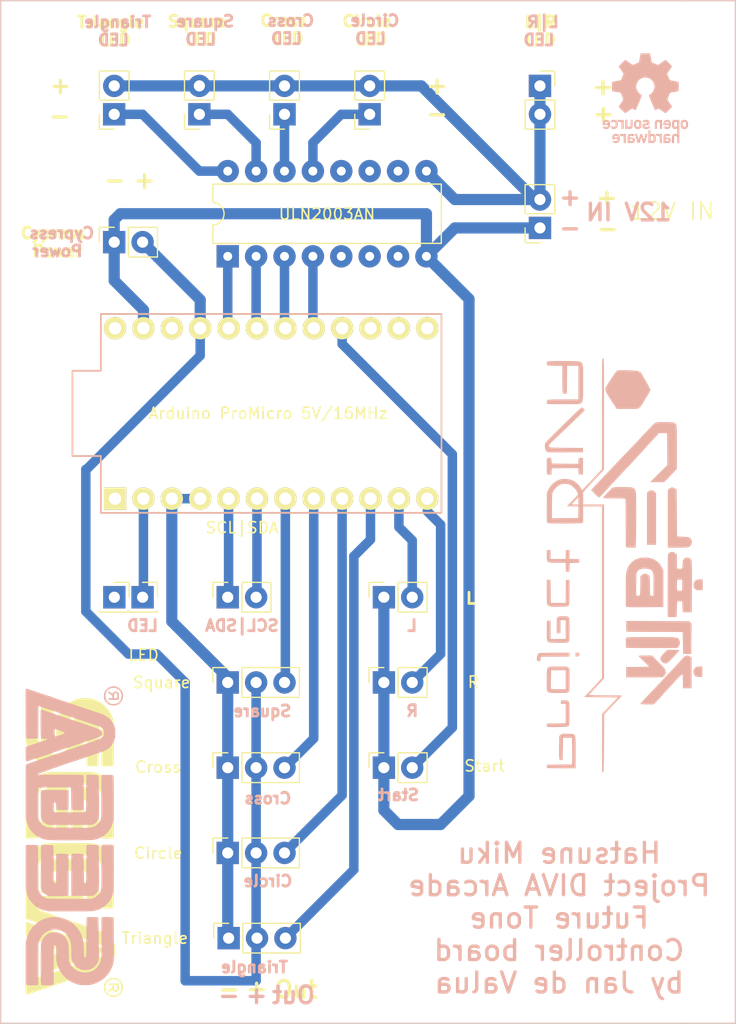
<source format=kicad_pcb>
(kicad_pcb (version 20171130) (host pcbnew "(5.1.4)-1")
  (layers (0 F.Cu signal) (31 B.Cu signal) (34 B.Paste user hide) (35 F.Paste user hide) (36 B.SilkS user) (37 F.SilkS user) (38 B.Mask user) (39 F.Mask user) (44 Edge.Cuts user))
  (net 0 "")
  (net 1 "Net-(J1-Pad3)")
  (net 2 "Net-(J1-Pad2)")
  (net 3 "Net-(J1-Pad1)")
  (net 4 "Net-(J4-Pad2)")
  (net 5 "Net-(J6-Pad2)")
  (net 6 "Net-(J7-Pad1)")
  (net 7 "Net-(J8-Pad2)")
  (net 8 "Net-(J8-Pad1)")
  (net 9 "Net-(J11-Pad2)")
  (net 10 "Net-(J11-Pad1)")
  (net 11 "Net-(U1-Pad1)")
  (net 12 "Net-(U1-Pad13)")
  (net 13 "Net-(U1-Pad14)")
  (net 14 "Net-(U1-Pad15)")
  (net 15 "Net-(U1-Pad17)")
  (net 16 "Net-(U1-Pad18)")
  (net 17 "Net-(U1-Pad19)")
  (net 18 "Net-(U1-Pad20)")
  (net 19 "Net-(U1-Pad22)")
  (net 20 "Net-(U1-Pad24)")
  (net 21 "Net-(U2-Pad10)")
  (net 22 "Net-(U2-Pad11)")
  (net 23 "Net-(U2-Pad12)")
  (net 24 "Net-(U2-Pad5)")
  (net 25 "Net-(U2-Pad6)")
  (net 26 "Net-(U2-Pad7)")
  (net 27 "Net-(J9-Pad2)")
  (net 28 "Net-(J2-Pad3)")
  (net 29 "Net-(J3-Pad3)")
  (net 30 "Net-(J5-Pad3)")
  (net 31 "Net-(J12-Pad1)")
  (net 32 "Net-(J13-Pad1)")
  (net 33 "Net-(J14-Pad1)")
  (net 34 "Net-(U1-Pad23)")
  (module logos:sega_logo (layer B.Cu) (at 108.18 105.26 90)
    (fp_text reference G*** hide)
    (fp_text value LOGO hide)
  )
  (module logos:sega_logo (layer F.Cu) (at 108.18 106.09 270)
    (fp_text reference G*** hide)
    (fp_text value LOGO hide)
  )
  (module Symbol:OSHW-Logo_7.5x8mm_SilkScreen (layer B.Cu) (at 159.3 39.2 180)
    (fp_text reference REF** hide)
    (fp_text value OSHW-Logo_7.5x8mm_SilkScreen hide)
  )
  (module logos:projectdiva_logo (layer B.Cu) (at 157.07 81.12 90)
    (fp_text reference G*** hide)
    (fp_text value LOGO hide)
  )
  (module Connector_PinSocket_2.54mm:PinSocket_1x01_P2.54mm_Vertical (layer F.Cu) (at 111.77 83.82)
    (fp_text reference J7 hide)
    (fp_text value LED_Strip_Conn_01x01)
    (pad 1 thru_hole rect (at 0 0) (size 2 2) (drill 1) (layers *.Cu *.Mask) (net 6 "Net-(J7-Pad1)"))
  )
  (module Connector_PinSocket_2.54mm:PinSocket_1x01_P2.54mm_Vertical (layer F.Cu) (at 114.3 83.82)
    (fp_text reference LED (at 0.1 5.18) (layer F.SilkS))
    (fp_text value LED_Strip_Conn_01x01)
    (pad 1 thru_hole rect (at 0 0) (size 2 2) (drill 1) (layers *.Cu *.Mask) (net 6 "Net-(J7-Pad1)"))
  )
  (module promicro:ProMicro (layer F.Cu) (at 125.805001 67.385001)
    (fp_text reference "Arduino ProMicro 5V/16MHz" (at -0.265001 -0.015001) (layer F.SilkS))
    (fp_text value ProMicro)
    (pad 1 thru_hole rect (at -13.97 7.62) (size 2 2) (drill 1.1) (layers *.Cu *.Mask F.SilkS) (net 11 "Net-(U1-Pad1)"))
    (pad 2 thru_hole circle (at -11.43 7.62) (size 2 2) (drill 1.1) (layers *.Cu *.Mask F.SilkS) (net 6 "Net-(J7-Pad1)"))
    (pad 3 thru_hole circle (at -8.89 7.62) (size 2 2) (drill 1.1) (layers *.Cu *.Mask F.SilkS) (net 3 "Net-(J1-Pad1)"))
    (pad 4 thru_hole circle (at -6.35 7.62) (size 2 2) (drill 1.1) (layers *.Cu *.Mask F.SilkS) (net 3 "Net-(J1-Pad1)"))
    (pad 5 thru_hole circle (at -3.81 7.62) (size 2 2) (drill 1.1) (layers *.Cu *.Mask F.SilkS) (net 8 "Net-(J8-Pad1)"))
    (pad 6 thru_hole circle (at -1.27 7.62) (size 2 2) (drill 1.1) (layers *.Cu *.Mask F.SilkS) (net 7 "Net-(J8-Pad2)"))
    (pad 7 thru_hole circle (at 1.27 7.62) (size 2 2) (drill 1.1) (layers *.Cu *.Mask F.SilkS) (net 30 "Net-(J5-Pad3)"))
    (pad 8 thru_hole circle (at 3.81 7.62) (size 2 2) (drill 1.1) (layers *.Cu *.Mask F.SilkS) (net 29 "Net-(J3-Pad3)"))
    (pad 9 thru_hole circle (at 6.35 7.62) (size 2 2) (drill 1.1) (layers *.Cu *.Mask F.SilkS) (net 28 "Net-(J2-Pad3)"))
    (pad 10 thru_hole circle (at 8.89 7.62) (size 2 2) (drill 1.1) (layers *.Cu *.Mask F.SilkS) (net 1 "Net-(J1-Pad3)"))
    (pad 11 thru_hole circle (at 11.43 7.62) (size 2 2) (drill 1.1) (layers *.Cu *.Mask F.SilkS) (net 5 "Net-(J6-Pad2)"))
    (pad 12 thru_hole circle (at 13.97 7.62) (size 2 2) (drill 1.1) (layers *.Cu *.Mask F.SilkS) (net 4 "Net-(J4-Pad2)"))
    (pad 13 thru_hole circle (at 13.97 -7.62) (size 2 2) (drill 1.1) (layers *.Cu *.Mask F.SilkS) (net 12 "Net-(U1-Pad13)"))
    (pad 14 thru_hole circle (at 11.43 -7.62) (size 2 2) (drill 1.1) (layers *.Cu *.Mask F.SilkS) (net 13 "Net-(U1-Pad14)"))
    (pad 15 thru_hole circle (at 8.89 -7.62) (size 2 2) (drill 1.1) (layers *.Cu *.Mask F.SilkS) (net 14 "Net-(U1-Pad15)"))
    (pad 16 thru_hole circle (at 6.35 -7.62) (size 2 2) (drill 1.1) (layers *.Cu *.Mask F.SilkS) (net 27 "Net-(J9-Pad2)"))
    (pad 17 thru_hole circle (at 3.81 -7.62) (size 2 2) (drill 1.1) (layers *.Cu *.Mask F.SilkS) (net 15 "Net-(U1-Pad17)"))
    (pad 18 thru_hole circle (at 1.27 -7.62) (size 2 2) (drill 1.1) (layers *.Cu *.Mask F.SilkS) (net 16 "Net-(U1-Pad18)"))
    (pad 19 thru_hole circle (at -1.27 -7.62) (size 2 2) (drill 1.1) (layers *.Cu *.Mask F.SilkS) (net 17 "Net-(U1-Pad19)"))
    (pad 20 thru_hole circle (at -3.81 -7.62) (size 2 2) (drill 1.1) (layers *.Cu *.Mask F.SilkS) (net 18 "Net-(U1-Pad20)"))
    (pad 21 thru_hole circle (at -6.35 -7.62) (size 2 2) (drill 1.1) (layers *.Cu *.Mask F.SilkS) (net 2 "Net-(J1-Pad2)"))
    (pad 22 thru_hole circle (at -8.89 -7.62) (size 2 2) (drill 1.1) (layers *.Cu *.Mask F.SilkS) (net 19 "Net-(U1-Pad22)"))
    (pad 23 thru_hole circle (at -11.43 -7.62) (size 2 2) (drill 1.1) (layers *.Cu *.Mask F.SilkS) (net 34 "Net-(U1-Pad23)"))
    (pad 24 thru_hole circle (at -13.97 -7.62) (size 2 2) (drill 1.1) (layers *.Cu *.Mask F.SilkS) (net 20 "Net-(U1-Pad24)"))
  )
  (module Connector_PinSocket_2.54mm:PinSocket_1x02_P2.54mm_Vertical (layer F.Cu) (at 135.89 99.06 90)
    (fp_text reference Start (at 0.16 9.01 180) (layer F.SilkS))
    (fp_text value START_Conn_01x02)
    (pad 1 thru_hole rect (at 0 0 90) (size 2 2) (drill 1) (layers *.Cu *.Mask) (net 3 "Net-(J1-Pad1)"))
    (pad 2 thru_hole oval (at 0 2.54 90) (size 2 2) (drill 1) (layers *.Cu *.Mask) (net 27 "Net-(J9-Pad2)"))
  )
  (module Connector_PinSocket_2.54mm:PinSocket_1x03_P2.54mm_Vertical (layer F.Cu) (at 122 114.3 90)
    (fp_text reference Triangle (at 0 -6.6 180) (layer F.SilkS))
    (fp_text value TRIANGLE_Conn_01x03)
    (pad 3 thru_hole oval (at 0 5.08 90) (size 2 2) (drill 1) (layers *.Cu *.Mask) (net 1 "Net-(J1-Pad3)"))
    (pad 2 thru_hole oval (at 0 2.54 90) (size 2 2) (drill 1) (layers *.Cu *.Mask) (net 2 "Net-(J1-Pad2)"))
    (pad 1 thru_hole rect (at 0 0 90) (size 2 2) (drill 1) (layers *.Cu *.Mask) (net 3 "Net-(J1-Pad1)"))
  )
  (module Connector_PinSocket_2.54mm:PinSocket_1x03_P2.54mm_Vertical (layer F.Cu) (at 121.92 106.68 90)
    (fp_text reference Circle (at -0.02 -6.22 180) (layer F.SilkS))
    (fp_text value CIRCLE_Conn_01x03)
    (pad 1 thru_hole rect (at 0 0 90) (size 2 2) (drill 1) (layers *.Cu *.Mask) (net 3 "Net-(J1-Pad1)"))
    (pad 2 thru_hole oval (at 0 2.54 90) (size 2 2) (drill 1) (layers *.Cu *.Mask) (net 2 "Net-(J1-Pad2)"))
    (pad 3 thru_hole oval (at 0 5.08 90) (size 2 2) (drill 1) (layers *.Cu *.Mask) (net 28 "Net-(J2-Pad3)"))
  )
  (module Connector_PinSocket_2.54mm:PinSocket_1x03_P2.54mm_Vertical (layer F.Cu) (at 121.92 99.06 90)
    (fp_text reference Cross (at 0.06 -6.22 180) (layer F.SilkS))
    (fp_text value CROSS_Conn_01x03)
    (pad 3 thru_hole oval (at 0 5.08 90) (size 2 2) (drill 1) (layers *.Cu *.Mask) (net 29 "Net-(J3-Pad3)"))
    (pad 2 thru_hole oval (at 0 2.54 90) (size 2 2) (drill 1) (layers *.Cu *.Mask) (net 2 "Net-(J1-Pad2)"))
    (pad 1 thru_hole rect (at 0 0 90) (size 2 2) (drill 1) (layers *.Cu *.Mask) (net 3 "Net-(J1-Pad1)"))
  )
  (module Connector_PinSocket_2.54mm:PinSocket_1x02_P2.54mm_Vertical (layer F.Cu) (at 135.89 91.44 90)
    (fp_text reference R (at 0.04 8.01 180) (layer F.SilkS))
    (fp_text value R_Button_Conn_01x02)
    (pad 1 thru_hole rect (at 0 0 90) (size 2 2) (drill 1) (layers *.Cu *.Mask) (net 3 "Net-(J1-Pad1)"))
    (pad 2 thru_hole oval (at 0 2.54 90) (size 2 2) (drill 1) (layers *.Cu *.Mask) (net 4 "Net-(J4-Pad2)"))
  )
  (module Connector_PinSocket_2.54mm:PinSocket_1x03_P2.54mm_Vertical (layer F.Cu) (at 121.92 91.44 90)
    (fp_text reference Square (at 0 -5.92 180) (layer F.SilkS))
    (fp_text value SQUARE_Conn_01x03 hide)
    (pad 1 thru_hole rect (at 0 0 90) (size 2 2) (drill 1) (layers *.Cu *.Mask) (net 3 "Net-(J1-Pad1)"))
    (pad 2 thru_hole oval (at 0 2.54 90) (size 2 2) (drill 1) (layers *.Cu *.Mask) (net 2 "Net-(J1-Pad2)"))
    (pad 3 thru_hole oval (at 0 5.08 90) (size 2 2) (drill 1) (layers *.Cu *.Mask) (net 30 "Net-(J5-Pad3)"))
  )
  (module Connector_PinSocket_2.54mm:PinSocket_1x02_P2.54mm_Vertical (layer F.Cu) (at 135.89 83.82 90)
    (fp_text reference L (at -0.08 7.81 180) (layer F.SilkS))
    (fp_text value L_Button_Conn_01x02)
    (pad 2 thru_hole oval (at 0 2.54 90) (size 2 2) (drill 1) (layers *.Cu *.Mask) (net 5 "Net-(J6-Pad2)"))
    (pad 1 thru_hole rect (at 0 0 90) (size 2 2) (drill 1) (layers *.Cu *.Mask) (net 3 "Net-(J1-Pad1)"))
  )
  (module Connector_PinSocket_2.54mm:PinSocket_1x02_P2.54mm_Vertical (layer F.Cu) (at 121.92 83.82 90)
    (fp_text reference SCL|SDA (at 6.22 1.28 180) (layer F.SilkS))
    (fp_text value I2C_Conn_01x02)
    (pad 2 thru_hole oval (at 0 2.54 90) (size 2 2) (drill 1) (layers *.Cu *.Mask) (net 7 "Net-(J8-Pad2)"))
    (pad 1 thru_hole rect (at 0 0 90) (size 2 2) (drill 1) (layers *.Cu *.Mask) (net 8 "Net-(J8-Pad1)"))
  )
  (module Connector_PinSocket_2.54mm:PinSocket_1x02_P2.54mm_Vertical (layer F.Cu) (at 111.76 52.07 90)
    (fp_text reference J10 hide)
    (fp_text value PowerToCypress_Conn_01x02)
    (pad 1 thru_hole rect (at 0 0 90) (size 2 2) (drill 1) (layers *.Cu *.Mask) (net 3 "Net-(J1-Pad1)"))
    (pad 2 thru_hole circle (at 0 2.54 90) (size 2 2) (drill 1) (layers *.Cu *.Mask) (net 2 "Net-(J1-Pad2)"))
  )
  (module Connector_PinSocket_2.54mm:PinSocket_1x02_P2.54mm_Vertical (layer F.Cu) (at 111.76 40.64 180)
    (fp_text reference J11 hide)
    (fp_text value TRIANGLE_LED_Conn_01x02)
    (pad 2 thru_hole oval (at 0 2.54 180) (size 2 2) (drill 1) (layers *.Cu *.Mask) (net 9 "Net-(J11-Pad2)"))
    (pad 1 thru_hole rect (at 0 0 180) (size 2 2) (drill 1) (layers *.Cu *.Mask) (net 10 "Net-(J11-Pad1)"))
  )
  (module Connector_PinSocket_2.54mm:PinSocket_1x02_P2.54mm_Vertical (layer F.Cu) (at 119.38 40.64 180)
    (fp_text reference J12 hide)
    (fp_text value SQUARE_LED_Conn_01x02)
    (pad 1 thru_hole rect (at 0 0 180) (size 2 2) (drill 1) (layers *.Cu *.Mask) (net 31 "Net-(J12-Pad1)"))
    (pad 2 thru_hole oval (at 0 2.54 180) (size 2 2) (drill 1) (layers *.Cu *.Mask) (net 9 "Net-(J11-Pad2)"))
  )
  (module Connector_PinSocket_2.54mm:PinSocket_1x02_P2.54mm_Vertical (layer F.Cu) (at 127 40.64 180)
    (fp_text reference J13 hide)
    (fp_text value CROSS_LED_Conn_01x02)
    (pad 2 thru_hole oval (at 0 2.54 180) (size 2 2) (drill 1) (layers *.Cu *.Mask) (net 9 "Net-(J11-Pad2)"))
    (pad 1 thru_hole rect (at 0 0 180) (size 2 2) (drill 1) (layers *.Cu *.Mask) (net 32 "Net-(J13-Pad1)"))
  )
  (module Connector_PinSocket_2.54mm:PinSocket_1x02_P2.54mm_Vertical (layer F.Cu) (at 134.62 40.64 180)
    (fp_text reference J14 hide)
    (fp_text value CIRCLE_LED_Conn_01x02)
    (pad 1 thru_hole rect (at 0 0 180) (size 2 2) (drill 1) (layers *.Cu *.Mask) (net 33 "Net-(J14-Pad1)"))
    (pad 2 thru_hole oval (at 0 2.54 180) (size 2 2) (drill 1) (layers *.Cu *.Mask) (net 9 "Net-(J11-Pad2)"))
  )
  (module Connector_PinSocket_2.54mm:PinSocket_1x02_P2.54mm_Vertical (layer F.Cu) (at 149.86 38.1)
    (fp_text reference J15 hide)
    (fp_text value LR_LED_Conn_01x02)
    (pad 1 thru_hole rect (at 0 0) (size 2 2) (drill 1) (layers *.Cu *.Mask) (net 9 "Net-(J11-Pad2)"))
    (pad 2 thru_hole oval (at 0 2.54) (size 2 2) (drill 1) (layers *.Cu *.Mask) (net 9 "Net-(J11-Pad2)"))
  )
  (module Connector_PinSocket_2.54mm:PinSocket_1x02_P2.54mm_Vertical (layer F.Cu) (at 149.86 50.8 180)
    (fp_text reference "12V IN" (at -11.84 1.5) (layer F.SilkS) (effects (font (size 1.5 1.5))))
    (fp_text value 12V_IN)
    (pad 2 thru_hole oval (at 0 2.54 180) (size 2 2) (drill 1) (layers *.Cu *.Mask) (net 9 "Net-(J11-Pad2)"))
    (pad 1 thru_hole rect (at 0 0 180) (size 2 2) (drill 1) (layers *.Cu *.Mask) (net 3 "Net-(J1-Pad1)"))
  )
  (module Package_DIP:DIP-16_W7.62mm (layer F.Cu) (at 121.92 53.34 90)
    (fp_text reference ULN2003AN (at 3.78 8.88 180) (layer F.SilkS))
    (fp_text value ULN2003)
    (pad 1 thru_hole rect (at 0 0 90) (size 2 2) (drill 0.8) (layers *.Cu *.Mask) (net 18 "Net-(U1-Pad20)"))
    (pad 9 thru_hole circle (at 7.62 17.78 90) (size 2 2) (drill 0.8) (layers *.Cu *.Mask) (net 9 "Net-(J11-Pad2)"))
    (pad 2 thru_hole circle (at 0 2.54 90) (size 2 2) (drill 0.8) (layers *.Cu *.Mask) (net 17 "Net-(U1-Pad19)"))
    (pad 10 thru_hole circle (at 7.62 15.24 90) (size 2 2) (drill 0.8) (layers *.Cu *.Mask) (net 21 "Net-(U2-Pad10)"))
    (pad 3 thru_hole circle (at 0 5.08 90) (size 2 2) (drill 0.8) (layers *.Cu *.Mask) (net 16 "Net-(U1-Pad18)"))
    (pad 11 thru_hole circle (at 7.62 12.7 90) (size 2 2) (drill 0.8) (layers *.Cu *.Mask) (net 22 "Net-(U2-Pad11)"))
    (pad 4 thru_hole circle (at 0 7.62 90) (size 2 2) (drill 0.8) (layers *.Cu *.Mask) (net 15 "Net-(U1-Pad17)"))
    (pad 12 thru_hole circle (at 7.62 10.16 90) (size 2 2) (drill 0.8) (layers *.Cu *.Mask) (net 23 "Net-(U2-Pad12)"))
    (pad 5 thru_hole circle (at 0 10.16 90) (size 2 2) (drill 0.8) (layers *.Cu *.Mask) (net 24 "Net-(U2-Pad5)"))
    (pad 13 thru_hole circle (at 7.62 7.62 90) (size 2 2) (drill 0.8) (layers *.Cu *.Mask) (net 33 "Net-(J14-Pad1)"))
    (pad 6 thru_hole circle (at 0 12.7 90) (size 2 2) (drill 0.8) (layers *.Cu *.Mask) (net 25 "Net-(U2-Pad6)"))
    (pad 14 thru_hole circle (at 7.62 5.08 90) (size 2 2) (drill 0.8) (layers *.Cu *.Mask) (net 32 "Net-(J13-Pad1)"))
    (pad 7 thru_hole circle (at 0 15.24 90) (size 2 2) (drill 0.8) (layers *.Cu *.Mask) (net 26 "Net-(U2-Pad7)"))
    (pad 15 thru_hole circle (at 7.62 2.54 90) (size 2 2) (drill 0.8) (layers *.Cu *.Mask) (net 31 "Net-(J12-Pad1)"))
    (pad 8 thru_hole circle (at 0 17.78 90) (size 2 2) (drill 0.8) (layers *.Cu *.Mask) (net 3 "Net-(J1-Pad1)"))
    (pad 16 thru_hole circle (at 7.62 0 90) (size 2 2) (drill 0.8) (layers *.Cu *.Mask) (net 10 "Net-(J11-Pad1)"))
  )
  (gr_text + (at 124.5 119.4) (layer B.SilkS) (effects (font (size 1.5 1.5) (thickness 0.3)) (justify mirror)))
  (gr_text Out (at 127.8 119.4) (layer B.SilkS) (effects (font (size 1.5 1.5) (thickness 0.3)) (justify mirror)))
  (gr_text - (at 122.025 119.4) (layer B.SilkS) (effects (font (size 1.5 1.5) (thickness 0.3)) (justify mirror)))
  (gr_text L (at 143.675 83.925) (layer F.SilkS) (effects (font (size 1 1) (thickness 0.25))))
  (gr_line (start 101.6 30.48) (end 167.35 30.48) (layer Edge.Cuts) (width 0.05))
  (gr_line (start 167.35 30.48) (end 167.35 121.925) (layer Edge.Cuts) (width 0.05))
  (gr_line (start 101.6 121.92) (end 167.35 121.925) (layer Edge.Cuts) (width 0.05))
  (gr_text Out (at 128.05 118.9) (layer F.SilkS) (effects (font (size 1.5 1.5) (thickness 0.3))))
  (gr_text - (at 122.025 118.825) (layer F.SilkS) (effects (font (size 1.5 1.5) (thickness 0.3))))
  (gr_text + (at 124.5 118.8) (layer F.SilkS) (effects (font (size 1.5 1.5) (thickness 0.3)) (justify mirror)))
  (gr_text - (at 111.8 46.5) (layer F.SilkS) (effects (font (size 1.5 1.5) (thickness 0.3))))
  (gr_text + (at 114.475 46.5) (layer F.SilkS) (effects (font (size 1.5 1.5) (thickness 0.3)) (justify mirror)))
  (gr_text - (at 106.9 40.775) (layer F.SilkS) (effects (font (size 1.5 1.5) (thickness 0.3))))
  (gr_text - (at 140.65 40.575) (layer F.SilkS) (effects (font (size 1.5 1.5) (thickness 0.3))))
  (gr_text + (at 106.95 38.05) (layer F.SilkS) (effects (font (size 1.5 1.5) (thickness 0.3)) (justify mirror)))
  (gr_text + (at 140.65 38.05) (layer F.SilkS) (effects (font (size 1.5 1.5) (thickness 0.3)) (justify mirror)))
  (gr_text + (at 155.55 40.575) (layer F.SilkS) (effects (font (size 1.5 1.5) (thickness 0.3)) (justify mirror)))
  (gr_text + (at 155.5 38.15) (layer F.SilkS) (effects (font (size 1.5 1.5) (thickness 0.3)) (justify mirror)))
  (gr_text - (at 155.925 50.85) (layer F.SilkS) (effects (font (size 1.5 1.5) (thickness 0.3))))
  (gr_text - (at 152.55 50.775) (layer B.SilkS) (effects (font (size 1.5 1.5) (thickness 0.3))))
  (gr_text + (at 152.55 48.025) (layer B.SilkS) (effects (font (size 1.5 1.5) (thickness 0.3))))
  (gr_text + (at 155.85 48.05) (layer F.SilkS) (effects (font (size 1.5 1.5) (thickness 0.3)) (justify mirror)))
  (gr_text "Cypress \nPower" (at 106.68 52.075) (layer F.SilkS) (effects (font (size 1 1) (thickness 0.25))))
  (gr_text " L|R \nLED" (at 149.9 33.2) (layer F.SilkS) (effects (font (size 1 1) (thickness 0.25))))
  (gr_text "Triangle \nLED" (at 111.835 33.21) (layer F.SilkS) (effects (font (size 1 1) (thickness 0.25))))
  (gr_text "Square \nLED" (at 119.535 33.14) (layer F.SilkS) (effects (font (size 1 1) (thickness 0.25))))
  (gr_text "Cross \nLED" (at 127.315 33.08) (layer F.SilkS) (effects (font (size 1 1) (thickness 0.25))))
  (gr_text "Circle \nLED" (at 134.765 33.13) (layer F.SilkS) (effects (font (size 1 1) (thickness 0.25))))
  (gr_text "Cypress \nPower" (at 106.68 52.07) (layer B.SilkS) (effects (font (size 1 1) (thickness 0.25)) (justify mirror)))
  (gr_text "Triangle \nLED" (at 111.68 33.2) (layer B.SilkS) (effects (font (size 1 1) (thickness 0.25)) (justify mirror)))
  (gr_text "Square \nLED" (at 119.51 33.13) (layer B.SilkS) (effects (font (size 1 1) (thickness 0.25)) (justify mirror)))
  (gr_text "Cross \nLED" (at 127.17 33.07) (layer B.SilkS) (effects (font (size 1 1) (thickness 0.25)) (justify mirror)))
  (gr_text "Circle \nLED" (at 134.7 33.07) (layer B.SilkS) (effects (font (size 1 1) (thickness 0.25)) (justify mirror)))
  (gr_text "L|R \nLED" (at 149.76 33.19) (layer B.SilkS) (effects (font (size 1 1) (thickness 0.25)) (justify mirror)))
  (gr_text "12V IN" (at 157.8 49.4) (layer B.SilkS) (effects (font (size 1.5 1.5) (thickness 0.3)) (justify mirror)))
  (gr_text Start (at 137.2 101.5) (layer B.SilkS) (effects (font (size 1 1) (thickness 0.25)) (justify mirror)))
  (gr_text R (at 138.43 93.98) (layer B.SilkS) (effects (font (size 1 1) (thickness 0.25)) (justify mirror)))
  (gr_text L (at 138.43 86.36) (layer B.SilkS) (effects (font (size 1 1) (thickness 0.25)) (justify mirror)))
  (gr_text LED (at 114.3 86.36) (layer B.SilkS) (effects (font (size 1 1) (thickness 0.25)) (justify mirror)))
  (gr_text SCL|SDA (at 123.19 86.36) (layer B.SilkS) (effects (font (size 1 1) (thickness 0.25)) (justify mirror)))
  (gr_text Square (at 125 94) (layer B.SilkS) (effects (font (size 1 1) (thickness 0.25)) (justify mirror)))
  (gr_text Cross (at 125.5 101.8) (layer B.SilkS) (effects (font (size 1 1) (thickness 0.25)) (justify mirror)))
  (gr_text Circle (at 125.5 109.2) (layer B.SilkS) (effects (font (size 1 1) (thickness 0.25)) (justify mirror)))
  (gr_text Triangle (at 124.3 116.9) (layer B.SilkS) (effects (font (size 1 1) (thickness 0.25)) (justify mirror)))
  (gr_text "Hatsune Miku\nProject DIVA Arcade\nFuture Tone\nController board\nby Jan de Valua" (at 151.575 112.5) (layer B.SilkS) (effects (font (size 1.8 1.8) (thickness 0.3)) (justify mirror)))
  (gr_line (start 101.6 110.49) (end 101.6 121.92) (layer Edge.Cuts) (width 0.05))
  (gr_line (start 162.56 121.92) (end 167.35 121.92) (layer B.SilkS) (width 0.12))
  (gr_line (start 167.35 30.48) (end 162.56 30.48) (layer B.SilkS) (width 0.12))
  (gr_line (start 101.6 30.48) (end 101.6 109.22) (layer B.SilkS) (width 0.12))
  (gr_line (start 162.56 30.48) (end 101.6 30.48) (layer B.SilkS) (width 0.12))
  (gr_line (start 167.35 121.92) (end 167.35 30.48) (layer B.SilkS) (width 0.12))
  (gr_line (start 101.6 121.92) (end 162.56 121.92) (layer B.SilkS) (width 0.12))
  (gr_line (start 101.6 109.22) (end 101.6 121.92) (layer B.SilkS) (width 0.12))
  (gr_line (start 101.6 110.49) (end 101.6 30.48) (layer Edge.Cuts) (width 0.05))
  (segment (start 134.695001 78.664999) (end 134.695001 75.005001) (width 0.85) (layer B.Cu) (net 1))
  (segment (start 133.205011 80.154989) (end 134.695001 78.664999) (width 0.85) (layer B.Cu) (net 1))
  (segment (start 127.08 114.3) (end 133.205011 108.174989) (width 0.85) (layer B.Cu) (net 1))
  (segment (start 133.205011 108.174989) (end 133.205011 80.154989) (width 0.85) (layer B.Cu) (net 1))
  (segment (start 114.3 52.52) (end 114.3 52.07) (width 0.85) (layer B.Cu) (net 2))
  (segment (start 124.46 118.11) (end 124.46 116.84) (width 0.85) (layer B.Cu) (net 2))
  (segment (start 118.11 118.11) (end 124.46 118.11) (width 0.85) (layer B.Cu) (net 2))
  (segment (start 124.46 116.84) (end 124.46 91.44) (width 0.85) (layer B.Cu) (net 2))
  (segment (start 109.22 85.09) (end 113.03 88.9) (width 0.85) (layer B.Cu) (net 2))
  (segment (start 113.03 88.9) (end 115.57 88.9) (width 0.85) (layer B.Cu) (net 2))
  (segment (start 115.57 88.9) (end 118.11 91.44) (width 0.85) (layer B.Cu) (net 2))
  (segment (start 118.11 91.44) (end 118.11 118.11) (width 0.85) (layer B.Cu) (net 2))
  (segment (start 109.22 72.39) (end 109.22 85.09) (width 0.85) (layer B.Cu) (net 2))
  (segment (start 109.280002 72.39) (end 109.22 72.39) (width 0.85) (layer B.Cu) (net 2))
  (segment (start 119.455001 62.215001) (end 109.280002 72.39) (width 0.85) (layer B.Cu) (net 2))
  (segment (start 119.455001 59.765001) (end 119.455001 62.215001) (width 0.85) (layer B.Cu) (net 2))
  (segment (start 119.455001 57.225001) (end 114.3 52.07) (width 1) (layer B.Cu) (net 2))
  (segment (start 119.455001 59.765001) (end 119.455001 57.225001) (width 1) (layer B.Cu) (net 2))
  (segment (start 116.915001 75.005001) (end 119.455001 75.005001) (width 0.85) (layer B.Cu) (net 3))
  (segment (start 121.92 90.99) (end 121.92 91.44) (width 1) (layer B.Cu) (net 3))
  (segment (start 116.915001 85.985001) (end 121.92 90.99) (width 1) (layer B.Cu) (net 3))
  (segment (start 116.915001 75.005001) (end 116.915001 85.985001) (width 1) (layer B.Cu) (net 3))
  (segment (start 121.92 114.22) (end 122 114.3) (width 1) (layer B.Cu) (net 3))
  (segment (start 121.92 91.44) (end 121.92 114.22) (width 1) (layer B.Cu) (net 3))
  (segment (start 139.7 53.34) (end 142.24 50.8) (width 1) (layer B.Cu) (net 3))
  (segment (start 142.24 50.8) (end 149.86 50.8) (width 1) (layer B.Cu) (net 3))
  (segment (start 143.51 57.15) (end 139.7 53.34) (width 1) (layer B.Cu) (net 3))
  (segment (start 143.51 101.6) (end 143.51 57.15) (width 1) (layer B.Cu) (net 3))
  (segment (start 140.97 104.14) (end 143.51 101.6) (width 1) (layer B.Cu) (net 3))
  (segment (start 137.16 104.14) (end 140.97 104.14) (width 1) (layer B.Cu) (net 3))
  (segment (start 135.89 83.82) (end 135.89 102.87) (width 1) (layer B.Cu) (net 3))
  (segment (start 135.89 102.87) (end 137.16 104.14) (width 1) (layer B.Cu) (net 3))
  (segment (start 111.76 50.07) (end 111.76 52.07) (width 1) (layer B.Cu) (net 3))
  (segment (start 112.3 49.53) (end 111.76 50.07) (width 1) (layer B.Cu) (net 3))
  (segment (start 139.7 49.53) (end 112.3 49.53) (width 1) (layer B.Cu) (net 3))
  (segment (start 139.7 53.34) (end 139.7 49.53) (width 1) (layer B.Cu) (net 3))
  (segment (start 111.76 52.07) (end 111.76 55.51) (width 1) (layer B.Cu) (net 3))
  (segment (start 114.375001 58.125001) (end 114.375001 59.765001) (width 1) (layer B.Cu) (net 3))
  (segment (start 111.76 55.51) (end 114.375001 58.125001) (width 1) (layer B.Cu) (net 3))
  (segment (start 139.775001 75.005001) (end 139.775001 76.136371) (width 0.75) (layer B.Cu) (net 4))
  (segment (start 139.775001 76.136371) (end 140.97 77.33137) (width 0.85) (layer B.Cu) (net 4))
  (segment (start 140.97 88.9) (end 138.43 91.44) (width 0.85) (layer B.Cu) (net 4))
  (segment (start 140.97 77.33137) (end 140.97 88.9) (width 0.85) (layer B.Cu) (net 4))
  (segment (start 137.235001 75.005001) (end 137.235001 77.545001) (width 0.85) (layer B.Cu) (net 5))
  (segment (start 138.43 78.74) (end 138.43 81.28) (width 0.85) (layer B.Cu) (net 5))
  (segment (start 137.235001 77.545001) (end 138.43 78.74) (width 0.85) (layer B.Cu) (net 5))
  (segment (start 138.43 81.28) (end 138.43 83.82) (width 0.85) (layer B.Cu) (net 5))
  (segment (start 114.375001 75.005001) (end 114.375001 83.744999) (width 0.85) (layer B.Cu) (net 6))
  (segment (start 114.375001 83.744999) (end 114.3 83.82) (width 0.85) (layer B.Cu) (net 6))
  (segment (start 124.535001 83.744999) (end 124.46 83.82) (width 0.85) (layer B.Cu) (net 7))
  (segment (start 124.535001 75.005001) (end 124.535001 83.744999) (width 0.85) (layer B.Cu) (net 7))
  (segment (start 121.995001 83.744999) (end 121.92 83.82) (width 0.85) (layer B.Cu) (net 8))
  (segment (start 121.995001 75.005001) (end 121.995001 83.744999) (width 0.85) (layer B.Cu) (net 8))
  (segment (start 111.76 40.64) (end 114.3 40.64) (width 0.85) (layer B.Cu) (net 10))
  (segment (start 119.38 45.72) (end 121.92 45.72) (width 0.85) (layer B.Cu) (net 10))
  (segment (start 114.3 40.64) (end 119.38 45.72) (width 0.85) (layer B.Cu) (net 10))
  (segment (start 149.86 48.26) (end 142.24 48.26) (width 1) (layer B.Cu) (net 9))
  (segment (start 142.24 48.26) (end 139.7 45.72) (width 1) (layer B.Cu) (net 9))
  (segment (start 149.86 48.26) (end 149.86 38.1) (width 1) (layer B.Cu) (net 9))
  (segment (start 149.41 48.26) (end 139.25 38.1) (width 1) (layer B.Cu) (net 9))
  (segment (start 149.86 48.26) (end 149.41 48.26) (width 1) (layer B.Cu) (net 9))
  (segment (start 139.25 38.1) (end 111.76 38.1) (width 1) (layer B.Cu) (net 9))
  (segment (start 129.54 59.69) (end 129.615001 59.765001) (width 0.85) (layer B.Cu) (net 15))
  (segment (start 129.54 53.34) (end 129.54 59.69) (width 0.85) (layer B.Cu) (net 15))
  (segment (start 127 59.69) (end 127.075001 59.765001) (width 0.85) (layer B.Cu) (net 16))
  (segment (start 127 53.34) (end 127 59.69) (width 0.85) (layer B.Cu) (net 16))
  (segment (start 124.46 59.69) (end 124.535001 59.765001) (width 0.85) (layer B.Cu) (net 17))
  (segment (start 124.46 53.34) (end 124.46 59.69) (width 0.85) (layer B.Cu) (net 17))
  (segment (start 121.92 59.69) (end 121.995001 59.765001) (width 0.85) (layer B.Cu) (net 18))
  (segment (start 121.92 53.34) (end 121.92 59.69) (width 0.85) (layer B.Cu) (net 18))
  (segment (start 142.02001 95.46999) (end 138.43 99.06) (width 0.85) (layer B.Cu) (net 27))
  (segment (start 142.02001 71.044223) (end 142.02001 95.46999) (width 0.85) (layer B.Cu) (net 27))
  (segment (start 132.155001 61.179214) (end 142.02001 71.044223) (width 0.85) (layer B.Cu) (net 27))
  (segment (start 132.155001 59.765001) (end 132.155001 61.179214) (width 0.85) (layer B.Cu) (net 27))
  (segment (start 119.38 40.64) (end 121.92 40.64) (width 0.85) (layer B.Cu) (net 31))
  (segment (start 124.46 43.18) (end 124.46 45.72) (width 0.85) (layer B.Cu) (net 31))
  (segment (start 121.92 40.64) (end 124.46 43.18) (width 0.85) (layer B.Cu) (net 31))
  (segment (start 127 40.64) (end 127 45.72) (width 0.85) (layer B.Cu) (net 32))
  (segment (start 134.62 40.64) (end 132.08 40.64) (width 0.85) (layer B.Cu) (net 33))
  (segment (start 129.54 43.18) (end 129.54 45.72) (width 0.85) (layer B.Cu) (net 33))
  (segment (start 132.08 40.64) (end 129.54 43.18) (width 0.85) (layer B.Cu) (net 33))
  (segment (start 132.155001 101.524999) (end 127 106.68) (width 0.85) (layer B.Cu) (net 28))
  (segment (start 132.155001 75.005001) (end 132.155001 101.524999) (width 0.85) (layer B.Cu) (net 28))
  (segment (start 129.615001 76.136371) (end 129.54 76.211372) (width 0.75) (layer B.Cu) (net 29))
  (segment (start 129.615001 75.005001) (end 129.615001 76.136371) (width 0.75) (layer B.Cu) (net 29))
  (segment (start 129.615001 96.444999) (end 127 99.06) (width 0.85) (layer B.Cu) (net 29))
  (segment (start 129.615001 76.136371) (end 129.615001 96.444999) (width 0.85) (layer B.Cu) (net 29))
  (segment (start 127.075001 91.364999) (end 127 91.44) (width 0.85) (layer B.Cu) (net 30))
  (segment (start 127.075001 75.005001) (end 127.075001 91.364999) (width 0.85) (layer B.Cu) (net 30))
)
</source>
